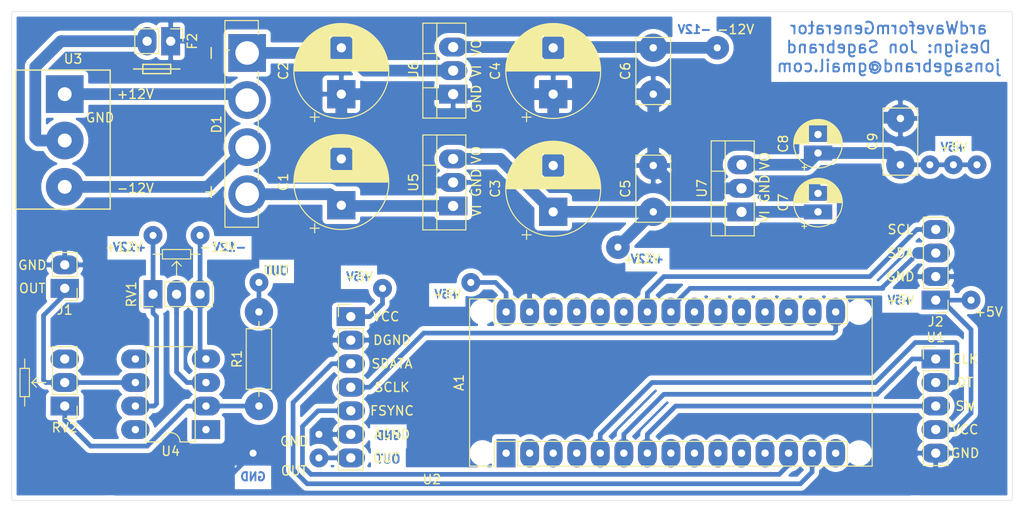
<source format=kicad_pcb>
(kicad_pcb (version 20171130) (host pcbnew 5.1.5-52549c5~86~ubuntu18.04.1)
  (layers (0 F.Cu signal) (31 B.Cu signal) (34 B.Paste user) (35 F.Paste user) (36 B.SilkS user) (37 F.SilkS user) (38 B.Mask user) (39 F.Mask user) (44 Edge.Cuts user))
  (net 0 "")
  (net 1 "Net-(A1-Pad16)")
  (net 2 "Net-(A1-Pad15)")
  (net 3 +5V)
  (net 4 "Net-(A1-Pad14)")
  (net 5 GND)
  (net 6 "Net-(A1-Pad13)")
  (net 7 "Net-(A1-Pad28)")
  (net 8 "Net-(A1-Pad12)")
  (net 9 "Net-(A1-Pad27)")
  (net 10 "Net-(A1-Pad11)")
  (net 11 "Net-(A1-Pad26)")
  (net 12 "Net-(A1-Pad10)")
  (net 13 "Net-(A1-Pad25)")
  (net 14 "Net-(A1-Pad9)")
  (net 15 "Net-(A1-Pad24)")
  (net 16 "Net-(A1-Pad8)")
  (net 17 "Net-(A1-Pad23)")
  (net 18 "Net-(A1-Pad7)")
  (net 19 "Net-(A1-Pad22)")
  (net 20 "Net-(A1-Pad6)")
  (net 21 "Net-(A1-Pad21)")
  (net 22 "Net-(A1-Pad5)")
  (net 23 "Net-(A1-Pad20)")
  (net 24 "Net-(A1-Pad4)")
  (net 25 "Net-(A1-Pad19)")
  (net 26 "Net-(A1-Pad3)")
  (net 27 "Net-(A1-Pad18)")
  (net 28 "Net-(A1-Pad2)")
  (net 29 "Net-(A1-Pad17)")
  (net 30 "Net-(A1-Pad1)")
  (net 31 "Net-(C1-Pad1)")
  (net 32 "Net-(C2-Pad2)")
  (net 33 +12V)
  (net 34 -12V)
  (net 35 "Net-(D1-Pad2)")
  (net 36 "Net-(D1-Pad3)")
  (net 37 "Net-(F2-Pad2)")
  (net 38 "Net-(J1-Pad1)")
  (net 39 "Net-(R1-Pad2)")
  (net 40 "Net-(R1-Pad1)")
  (net 41 "Net-(RV1-Pad2)")
  (net 42 "Net-(RV2-Pad3)")
  (net 43 "Net-(U4-Pad8)")
  (net 44 "Net-(U4-Pad5)")
  (net 45 "Net-(U4-Pad1)")
  (module My_Headers:2-pin_Fuse_header_large (layer F.Cu) (at 47.625 64.77 270)
    (fp_text reference F2 (at 0 -2.33 90) (layer F.SilkS))
    (fp_text value Fuse hide)
    (pad 1 thru_hole rect (at 0 0 270) (size 3.048 2.032) (drill 1) (layers *.Cu *.Mask) (net 5 GND))
    (pad 2 thru_hole oval (at 0 2.54 270) (size 3.048 2.032) (drill 1) (layers *.Cu *.Mask) (net 37 "Net-(F2-Pad2)"))
  )
  (module My_Misc:DIP-8_W7.62mm_large (layer F.Cu) (at 51.435 106.68 180)
    (fp_text reference U4 (at 3.81 -2.33) (layer F.SilkS))
    (fp_text value TL071)
    (pad 8 thru_hole oval (at 7.62 0 180) (size 3.048 2.032) (drill 0.8) (layers *.Cu *.Mask) (net 43 "Net-(U4-Pad8)"))
    (pad 4 thru_hole oval (at 0 7.62 180) (size 3.048 2.032) (drill 0.8) (layers *.Cu *.Mask) (net 34 -12V))
    (pad 7 thru_hole oval (at 7.62 2.54 180) (size 3.048 2.032) (drill 0.8) (layers *.Cu *.Mask) (net 33 +12V))
    (pad 3 thru_hole oval (at 0 5.08 180) (size 3.048 2.032) (drill 0.8) (layers *.Cu *.Mask) (net 41 "Net-(RV1-Pad2)"))
    (pad 6 thru_hole oval (at 7.62 5.08 180) (size 3.048 2.032) (drill 0.8) (layers *.Cu *.Mask) (net 38 "Net-(J1-Pad1)"))
    (pad 2 thru_hole oval (at 0 2.54 180) (size 3.048 2.032) (drill 0.8) (layers *.Cu *.Mask) (net 40 "Net-(R1-Pad1)"))
    (pad 5 thru_hole oval (at 7.62 7.62 180) (size 3.048 2.032) (drill 0.8) (layers *.Cu *.Mask) (net 44 "Net-(U4-Pad5)"))
    (pad 1 thru_hole rect (at 0 0 180) (size 3.048 2.032) (drill 0.8) (layers *.Cu *.Mask) (net 45 "Net-(U4-Pad1)"))
  )
  (module My_Parts:GY-9833_AD9833_larger (layer F.Cu) (at 65.405 111.125 180)
    (fp_text reference U2 (at -10.4 -0.935) (layer F.SilkS))
    (fp_text value GY-9833_AD9833 hide)
    (fp_text user OUT (at -5.465 1.395) (layer F.SilkS))
    (fp_text user AGND (at -6.1 3.935) (layer F.SilkS))
    (fp_text user FSYNC (at -6.1 6.475) (layer F.SilkS))
    (fp_text user SCLK (at -6.1 9.015) (layer F.SilkS))
    (fp_text user SDATA (at -6.1 11.555) (layer F.SilkS))
    (fp_text user DGND (at -6.1 14.095) (layer F.SilkS))
    (fp_text user VCC (at -5.465 16.635) (layer F.SilkS))
    (pad 7 thru_hole oval (at -1.655 1.395) (size 3.048 2.032) (drill 1) (layers *.Cu *.Mask) (net 39 "Net-(R1-Pad2)"))
    (pad 6 thru_hole oval (at -1.655 3.935) (size 3.048 2.032) (drill 1) (layers *.Cu *.Mask) (net 5 GND))
    (pad 5 thru_hole oval (at -1.655 6.475) (size 3.048 2.032) (drill 1) (layers *.Cu *.Mask) (net 6 "Net-(A1-Pad13)"))
    (pad 4 thru_hole oval (at -1.655 9.015) (size 3.048 2.032) (drill 1) (layers *.Cu *.Mask) (net 1 "Net-(A1-Pad16)"))
    (pad 3 thru_hole oval (at -1.655 11.555) (size 3.048 2.032) (drill 1) (layers *.Cu *.Mask) (net 4 "Net-(A1-Pad14)"))
    (pad 2 thru_hole oval (at -1.655 14.095) (size 3.048 2.032) (drill 1) (layers *.Cu *.Mask) (net 5 GND))
    (pad 1 thru_hole rect (at -1.655 16.635) (size 3.048 2.032) (drill 1) (layers *.Cu *.Mask) (net 3 +5V))
  )
  (module My_Parts:LM7805_TO-220-3_Vertical_larger (layer F.Cu) (at 109.22 83.185 90)
    (fp_text reference U7 (at 2.54 -4.27 90) (layer F.SilkS))
    (fp_text value LM7805_TO220 hide)
    (fp_text user VO (at 5.5 2.5 90) (layer F.SilkS))
    (fp_text user GND (at 2.5 2.5 90) (layer F.SilkS))
    (fp_text user VI (at -0.5 2.5 90) (layer F.SilkS))
    (pad 3 thru_hole oval (at 5.08 0 90) (size 2.032 3.048) (drill 1.1) (layers *.Cu *.Mask) (net 3 +5V))
    (pad 2 thru_hole oval (at 2.54 0 90) (size 2.032 3.048) (drill 1.1) (layers *.Cu *.Mask) (net 5 GND))
    (pad 1 thru_hole rect (at 0 0 90) (size 2.032 3.048) (drill 1.1) (layers *.Cu *.Mask) (net 33 +12V))
  )
  (module My_Parts:LM7912_TO-220-3_Vertical_larger (layer F.Cu) (at 78.105 70.485 90)
    (fp_text reference U6 (at 2.54 -4.27 90) (layer F.SilkS))
    (fp_text value LM7912_TO220 hide)
    (fp_text user VO (at 5 2.5 90) (layer F.SilkS))
    (fp_text user VI (at 2.5 2.5 90) (layer F.SilkS))
    (fp_text user GND (at -0.5 2.5 90) (layer F.SilkS))
    (pad 3 thru_hole oval (at 5.08 0 90) (size 2.032 3.048) (drill 1.1) (layers *.Cu *.Mask) (net 34 -12V))
    (pad 2 thru_hole oval (at 2.54 0 90) (size 2.032 3.048) (drill 1.1) (layers *.Cu *.Mask) (net 32 "Net-(C2-Pad2)"))
    (pad 1 thru_hole rect (at 0 0 90) (size 2.032 3.048) (drill 1.1) (layers *.Cu *.Mask) (net 5 GND))
  )
  (module My_Parts:LM7812_TO-220-3_Vertical_larger (layer F.Cu) (at 78.105 82.55 90)
    (fp_text reference U5 (at 2.54 -4.27 90) (layer F.SilkS))
    (fp_text value LM7812_TO220 hide)
    (fp_text user VO (at 5.5 2.5 90) (layer F.SilkS))
    (fp_text user GND (at 2.5 2.5 90) (layer F.SilkS))
    (fp_text user VI (at -0.5 2.5 90) (layer F.SilkS))
    (pad 3 thru_hole oval (at 5.08 0 90) (size 2.032 3.048) (drill 1.1) (layers *.Cu *.Mask) (net 33 +12V))
    (pad 2 thru_hole oval (at 2.54 0 90) (size 2.032 3.048) (drill 1.1) (layers *.Cu *.Mask) (net 5 GND))
    (pad 1 thru_hole rect (at 0 0 90) (size 2.032 3.048) (drill 1.1) (layers *.Cu *.Mask) (net 31 "Net-(C1-Pad1)"))
  )
  (module My_Parts:3-pole_screw_terminal_+12V,-12V_input (layer F.Cu) (at 36.195 70.485)
    (fp_text reference U3 (at 0.9 -3.8) (layer F.SilkS))
    (fp_text value 3-pole_Power_input_screw_terminal hide)
    (fp_text user -12V (at 7.62 10.16) (layer F.SilkS))
    (fp_text user GND (at 3.81 2.54) (layer F.SilkS))
    (fp_text user +12V (at 7.62 0) (layer F.SilkS))
    (pad 3 thru_hole circle (at 0 10) (size 4.064 4.064) (drill 1.5) (layers *.Cu *.Mask) (net 36 "Net-(D1-Pad3)"))
    (pad 2 thru_hole circle (at 0 5) (size 4.064 4.064) (drill 1.5) (layers *.Cu *.Mask) (net 37 "Net-(F2-Pad2)"))
    (pad 1 thru_hole rect (at 0 0) (size 4.064 4.064) (drill 1.5) (layers *.Cu *.Mask) (net 35 "Net-(D1-Pad2)"))
  )
  (module My_Parts:3-pin_KY-040_Rotary_Encoder_header_large (layer F.Cu) (at 130.175 99.06)
    (fp_text reference U1 (at 0 -2.33) (layer F.SilkS))
    (fp_text value KY-040_Rotary_Encoder hide)
    (fp_text user GND (at 3.175 10.16) (layer F.SilkS))
    (fp_text user VCC (at 3.175 7.62) (layer F.SilkS))
    (fp_text user SW (at 3.175 5.08) (layer F.SilkS))
    (fp_text user DT (at 3.175 2.54) (layer F.SilkS))
    (fp_text user CLK (at 3.175 0) (layer F.SilkS))
    (pad 5 thru_hole oval (at 0 10.16) (size 3.048 2.032) (drill 1) (layers *.Cu *.Mask) (net 5 GND))
    (pad 4 thru_hole oval (at 0 7.62) (size 3.048 2.032) (drill 1) (layers *.Cu *.Mask) (net 3 +5V))
    (pad 3 thru_hole oval (at 0 5.08) (size 3.048 2.032) (drill 1) (layers *.Cu *.Mask) (net 18 "Net-(A1-Pad7)"))
    (pad 2 thru_hole oval (at 0 2.54) (size 3.048 2.032) (drill 1) (layers *.Cu *.Mask) (net 22 "Net-(A1-Pad5)"))
    (pad 1 thru_hole rect (at 0 0) (size 3.048 2.032) (drill 1) (layers *.Cu *.Mask) (net 20 "Net-(A1-Pad6)"))
  )
  (module My_Headers:3-pin_potentiometer_header_larger_pads (layer F.Cu) (at 36.195 104.14 180)
    (fp_text reference RV2 (at 0 -2.33) (layer F.SilkS))
    (fp_text value 50k hide)
    (pad 3 thru_hole oval (at 0 5.08 180) (size 3.048 2.032) (drill 1) (layers *.Cu *.Mask) (net 42 "Net-(RV2-Pad3)"))
    (pad 2 thru_hole oval (at 0 2.54 180) (size 3.048 2.032) (drill 1) (layers *.Cu *.Mask) (net 38 "Net-(J1-Pad1)"))
    (pad 1 thru_hole rect (at 0 0 180) (size 3.048 2.032) (drill 1) (layers *.Cu *.Mask) (net 40 "Net-(R1-Pad1)"))
  )
  (module My_Headers:3-pin_potentiometer_header_larger_pads (layer F.Cu) (at 45.72 92.075 90)
    (fp_text reference RV1 (at 0 -2.33 90) (layer F.SilkS))
    (fp_text value 10k hide)
    (pad 3 thru_hole oval (at 0 5.08 90) (size 3.048 2.032) (drill 1) (layers *.Cu *.Mask) (net 34 -12V))
    (pad 2 thru_hole oval (at 0 2.54 90) (size 3.048 2.032) (drill 1) (layers *.Cu *.Mask) (net 41 "Net-(RV1-Pad2)"))
    (pad 1 thru_hole rect (at 0 0 90) (size 3.048 2.032) (drill 1) (layers *.Cu *.Mask) (net 33 +12V))
  )
  (module My_Misc:R_Axial_DIN0207_L6.3mm_D2.5mm_P10.16mm_Horizontal_larger_pads (layer F.Cu) (at 57.15 104.14 90)
    (fp_text reference R1 (at 5.08 -2.37 90) (layer F.SilkS))
    (fp_text value 2.2k hide)
    (pad 2 thru_hole circle (at 10.16 0 90) (size 3.048 3.048) (drill 0.8) (layers *.Cu *.Mask) (net 39 "Net-(R1-Pad2)"))
    (pad 1 thru_hole circle (at 0 0 90) (size 3.048 3.048) (drill 0.8) (layers *.Cu *.Mask) (net 40 "Net-(R1-Pad1)"))
  )
  (module My_Headers:4-pin_I2C_LCD_header_larger (layer F.Cu) (at 130.175 92.71 180)
    (fp_text reference J2 (at 0 -2.33) (layer F.SilkS))
    (fp_text value 4-pin_I2C_LCD_header hide)
    (fp_text user SCL (at 3.81 7.62) (layer F.SilkS))
    (fp_text user SDA (at 3.81 5.08) (layer F.SilkS))
    (fp_text user GND (at 3.81 2.54) (layer F.SilkS))
    (fp_text user +5V (at 3.81 0) (layer F.SilkS))
    (pad 7 thru_hole oval (at 0 7.62 180) (size 3.048 2.032) (drill 1) (layers *.Cu *.Mask) (net 15 "Net-(A1-Pad24)"))
    (pad 5 thru_hole oval (at 0 5.08 180) (size 3.048 2.032) (drill 1) (layers *.Cu *.Mask) (net 17 "Net-(A1-Pad23)"))
    (pad 3 thru_hole oval (at 0 2.54 180) (size 3.048 2.032) (drill 1) (layers *.Cu *.Mask) (net 5 GND))
    (pad 1 thru_hole rect (at 0 0 180) (size 3.048 2.032) (drill 1) (layers *.Cu *.Mask) (net 3 +5V))
  )
  (module My_Headers:2-pin_Output_header_large (layer F.Cu) (at 36.195 91.44 180)
    (fp_text reference J1 (at 0 -2.33) (layer F.SilkS))
    (fp_text value Conn_Coaxial hide)
    (fp_text user GND (at 3.5 2.5) (layer F.SilkS))
    (fp_text user OUT (at 3.5 0) (layer F.SilkS))
    (pad 1 thru_hole rect (at 0 0 180) (size 3.048 2.032) (drill 1) (layers *.Cu *.Mask) (net 38 "Net-(J1-Pad1)"))
    (pad 2 thru_hole oval (at 0 2.54 180) (size 3.048 2.032) (drill 1) (layers *.Cu *.Mask) (net 5 GND))
  )
  (module My_Misc:GBU-806 (layer F.Cu) (at 55.88 66.04 270)
    (fp_text reference D1 (at 7.7 3.3 270) (layer F.SilkS))
    (fp_text value B40C2300-1500A)
    (fp_text user + (at 15 4 90) (layer F.SilkS) (effects (font (size 1.524 1.524))))
    (fp_text user - (at 0 4 90) (layer F.SilkS) (effects (font (size 1.524 1.524))))
    (pad 1 thru_hole rect (at 0 0 270) (size 4.064 4.064) (drill 2.54) (layers *.Cu *.Mask) (net 32 "Net-(C2-Pad2)"))
    (pad 2 thru_hole oval (at 5.08 0 270) (size 4.064 4.064) (drill 2.54) (layers *.Cu *.Mask) (net 35 "Net-(D1-Pad2)"))
    (pad 3 thru_hole oval (at 10.16 0 270) (size 4.064 4.064) (drill 2.54) (layers *.Cu *.Mask) (net 36 "Net-(D1-Pad3)"))
    (pad 4 thru_hole oval (at 15.24 0 270) (size 4.064 4.064) (drill 2.54) (layers *.Cu *.Mask) (net 31 "Net-(C1-Pad1)"))
  )
  (module My_Misc:C_Rect_L7.0mm_W3.5mm_P5.00mm_larger (layer F.Cu) (at 126.365 78.105 90)
    (fp_text reference C9 (at 2.5 -3 90) (layer F.SilkS))
    (fp_text value 100n)
    (pad 2 thru_hole oval (at 5 0 90) (size 3.048 3.048) (drill 0.8) (layers *.Cu *.Mask) (net 5 GND))
    (pad 1 thru_hole oval (at 0 0 90) (size 3.048 3.048) (drill 0.8) (layers *.Cu *.Mask) (net 3 +5V))
  )
  (module My_Misc:CP_Radial_D5.0mm_P2.00mm_larger (layer F.Cu) (at 117.475 76.835 90)
    (fp_text reference C8 (at 1 -3.75 90) (layer F.SilkS))
    (fp_text value 10u)
    (pad 2 thru_hole oval (at 2 0 90) (size 1.6 3.048) (drill 0.8) (layers *.Cu *.Mask) (net 5 GND))
    (pad 1 thru_hole rect (at 0 0 90) (size 1.6 3.048) (drill 0.8) (layers *.Cu *.Mask) (net 3 +5V))
  )
  (module My_Misc:CP_Radial_D5.0mm_P2.00mm_larger (layer F.Cu) (at 117.475 83.185 90)
    (fp_text reference C7 (at 1 -3.75 90) (layer F.SilkS))
    (fp_text value 10u)
    (pad 2 thru_hole oval (at 2 0 90) (size 1.6 3.048) (drill 0.8) (layers *.Cu *.Mask) (net 5 GND))
    (pad 1 thru_hole rect (at 0 0 90) (size 1.6 3.048) (drill 0.8) (layers *.Cu *.Mask) (net 33 +12V))
  )
  (module My_Misc:C_Rect_L7.0mm_W3.5mm_P5.00mm_larger (layer F.Cu) (at 99.695 70.485 90)
    (fp_text reference C6 (at 2.5 -3 90) (layer F.SilkS))
    (fp_text value 100n)
    (pad 2 thru_hole oval (at 5 0 90) (size 3.048 3.048) (drill 0.8) (layers *.Cu *.Mask) (net 34 -12V))
    (pad 1 thru_hole oval (at 0 0 90) (size 3.048 3.048) (drill 0.8) (layers *.Cu *.Mask) (net 5 GND))
  )
  (module My_Misc:C_Rect_L7.0mm_W3.5mm_P5.00mm_larger (layer F.Cu) (at 99.695 83.185 90)
    (fp_text reference C5 (at 2.5 -3 90) (layer F.SilkS))
    (fp_text value 100n)
    (pad 2 thru_hole oval (at 5 0 90) (size 3.048 3.048) (drill 0.8) (layers *.Cu *.Mask) (net 5 GND))
    (pad 1 thru_hole oval (at 0 0 90) (size 3.048 3.048) (drill 0.8) (layers *.Cu *.Mask) (net 33 +12V))
  )
  (module My_Misc:CP_Radial_D10.0mm_P5.00mm_larger (layer F.Cu) (at 88.9 70.485 90)
    (fp_text reference C4 (at 2.5 -6.25 90) (layer F.SilkS))
    (fp_text value 1000u)
    (pad 2 thru_hole oval (at 5 0 90) (size 3.048 3.048) (drill 1) (layers *.Cu *.Mask) (net 34 -12V))
    (pad 1 thru_hole rect (at 0 0 90) (size 3.048 3.048) (drill 1) (layers *.Cu *.Mask) (net 5 GND))
  )
  (module My_Misc:CP_Radial_D10.0mm_P5.00mm_larger (layer F.Cu) (at 88.9 83.185 90)
    (fp_text reference C3 (at 2.5 -6.25 90) (layer F.SilkS))
    (fp_text value 1000u)
    (pad 2 thru_hole oval (at 5 0 90) (size 3.048 3.048) (drill 1) (layers *.Cu *.Mask) (net 5 GND))
    (pad 1 thru_hole rect (at 0 0 90) (size 3.048 3.048) (drill 1) (layers *.Cu *.Mask) (net 33 +12V))
  )
  (module My_Misc:CP_Radial_D10.0mm_P5.00mm_larger (layer F.Cu) (at 66.04 70.485 90)
    (fp_text reference C2 (at 2.5 -6.25 90) (layer F.SilkS))
    (fp_text value 1000u)
    (pad 2 thru_hole oval (at 5 0 90) (size 3.048 3.048) (drill 1) (layers *.Cu *.Mask) (net 32 "Net-(C2-Pad2)"))
    (pad 1 thru_hole rect (at 0 0 90) (size 3.048 3.048) (drill 1) (layers *.Cu *.Mask) (net 5 GND))
  )
  (module My_Misc:CP_Radial_D10.0mm_P5.00mm_larger (layer F.Cu) (at 66.04 82.47 90)
    (fp_text reference C1 (at 2.5 -6.25 90) (layer F.SilkS))
    (fp_text value 1000u)
    (pad 2 thru_hole oval (at 5 0 90) (size 3.048 3.048) (drill 1) (layers *.Cu *.Mask) (net 5 GND))
    (pad 1 thru_hole rect (at 0 0 90) (size 3.048 3.048) (drill 1) (layers *.Cu *.Mask) (net 31 "Net-(C1-Pad1)"))
  )
  (module My_Arduino:Arduino_Nano_WithMountingHoles_larger (layer F.Cu) (at 83.82 109.22 90)
    (fp_text reference A1 (at 7.62 -5.08 90) (layer F.SilkS))
    (fp_text value Arduino_Nano_v3.x)
    (pad "" np_thru_hole circle (at 0 38.1 90) (size 1.78 1.78) (drill 1.78) (layers *.Cu *.Mask))
    (pad "" np_thru_hole circle (at 15.24 38.1 90) (size 1.78 1.78) (drill 1.78) (layers *.Cu *.Mask))
    (pad "" np_thru_hole circle (at 15.24 -2.54 90) (size 1.78 1.78) (drill 1.78) (layers *.Cu *.Mask))
    (pad "" np_thru_hole circle (at 0 -2.54 90) (size 1.78 1.78) (drill 1.78) (layers *.Cu *.Mask))
    (pad 16 thru_hole oval (at 15.24 35.56 90) (size 3.048 2.032) (drill 0.8) (layers *.Cu *.Mask) (net 1 "Net-(A1-Pad16)"))
    (pad 15 thru_hole oval (at 0 35.56 90) (size 3.048 2.032) (drill 0.8) (layers *.Cu *.Mask) (net 2 "Net-(A1-Pad15)"))
    (pad 30 thru_hole oval (at 15.24 0 90) (size 3.048 2.032) (drill 0.8) (layers *.Cu *.Mask) (net 3 +5V))
    (pad 14 thru_hole oval (at 0 33.02 90) (size 3.048 2.032) (drill 0.8) (layers *.Cu *.Mask) (net 4 "Net-(A1-Pad14)"))
    (pad 29 thru_hole oval (at 15.24 2.54 90) (size 3.048 2.032) (drill 0.8) (layers *.Cu *.Mask) (net 5 GND))
    (pad 13 thru_hole oval (at 0 30.48 90) (size 3.048 2.032) (drill 0.8) (layers *.Cu *.Mask) (net 6 "Net-(A1-Pad13)"))
    (pad 28 thru_hole oval (at 15.24 5.08 90) (size 3.048 2.032) (drill 0.8) (layers *.Cu *.Mask) (net 7 "Net-(A1-Pad28)"))
    (pad 12 thru_hole oval (at 0 27.94 90) (size 3.048 2.032) (drill 0.8) (layers *.Cu *.Mask) (net 8 "Net-(A1-Pad12)"))
    (pad 27 thru_hole oval (at 15.24 7.62 90) (size 3.048 2.032) (drill 0.8) (layers *.Cu *.Mask) (net 9 "Net-(A1-Pad27)"))
    (pad 11 thru_hole oval (at 0 25.4 90) (size 3.048 2.032) (drill 0.8) (layers *.Cu *.Mask) (net 10 "Net-(A1-Pad11)"))
    (pad 26 thru_hole oval (at 15.24 10.16 90) (size 3.048 2.032) (drill 0.8) (layers *.Cu *.Mask) (net 11 "Net-(A1-Pad26)"))
    (pad 10 thru_hole oval (at 0 22.86 90) (size 3.048 2.032) (drill 0.8) (layers *.Cu *.Mask) (net 12 "Net-(A1-Pad10)"))
    (pad 25 thru_hole oval (at 15.24 12.7 90) (size 3.048 2.032) (drill 0.8) (layers *.Cu *.Mask) (net 13 "Net-(A1-Pad25)"))
    (pad 9 thru_hole oval (at 0 20.32 90) (size 3.048 2.032) (drill 0.8) (layers *.Cu *.Mask) (net 14 "Net-(A1-Pad9)"))
    (pad 24 thru_hole oval (at 15.24 15.24 90) (size 3.048 2.032) (drill 0.8) (layers *.Cu *.Mask) (net 15 "Net-(A1-Pad24)"))
    (pad 8 thru_hole oval (at 0 17.78 90) (size 3.048 2.032) (drill 0.8) (layers *.Cu *.Mask) (net 16 "Net-(A1-Pad8)"))
    (pad 23 thru_hole oval (at 15.24 17.78 90) (size 3.048 2.032) (drill 0.8) (layers *.Cu *.Mask) (net 17 "Net-(A1-Pad23)"))
    (pad 7 thru_hole oval (at 0 15.24 90) (size 3.048 2.032) (drill 0.8) (layers *.Cu *.Mask) (net 18 "Net-(A1-Pad7)"))
    (pad 22 thru_hole oval (at 15.24 20.32 90) (size 3.048 2.032) (drill 0.8) (layers *.Cu *.Mask) (net 19 "Net-(A1-Pad22)"))
    (pad 6 thru_hole oval (at 0 12.7 90) (size 3.048 2.032) (drill 0.8) (layers *.Cu *.Mask) (net 20 "Net-(A1-Pad6)"))
    (pad 21 thru_hole oval (at 15.24 22.86 90) (size 3.048 2.032) (drill 0.8) (layers *.Cu *.Mask) (net 21 "Net-(A1-Pad21)"))
    (pad 5 thru_hole oval (at 0 10.16 90) (size 3.048 2.032) (drill 0.8) (layers *.Cu *.Mask) (net 22 "Net-(A1-Pad5)"))
    (pad 20 thru_hole oval (at 15.24 25.4 90) (size 3.048 2.032) (drill 0.8) (layers *.Cu *.Mask) (net 23 "Net-(A1-Pad20)"))
    (pad 4 thru_hole oval (at 0 7.62 90) (size 3.048 2.032) (drill 0.8) (layers *.Cu *.Mask) (net 24 "Net-(A1-Pad4)"))
    (pad 19 thru_hole oval (at 15.24 27.94 90) (size 3.048 2.032) (drill 0.8) (layers *.Cu *.Mask) (net 25 "Net-(A1-Pad19)"))
    (pad 3 thru_hole oval (at 0 5.08 90) (size 3.048 2.032) (drill 0.8) (layers *.Cu *.Mask) (net 26 "Net-(A1-Pad3)"))
    (pad 18 thru_hole oval (at 15.24 30.48 90) (size 3.048 2.032) (drill 0.8) (layers *.Cu *.Mask) (net 27 "Net-(A1-Pad18)"))
    (pad 2 thru_hole oval (at 0 2.54 90) (size 3.048 2.032) (drill 0.8) (layers *.Cu *.Mask) (net 28 "Net-(A1-Pad2)"))
    (pad 17 thru_hole oval (at 15.24 33.02 90) (size 3.048 2.032) (drill 0.8) (layers *.Cu *.Mask) (net 29 "Net-(A1-Pad17)"))
    (pad 1 thru_hole rect (at 0 0 90) (size 3.048 2.032) (drill 0.8) (layers *.Cu *.Mask) (net 30 "Net-(A1-Pad1)"))
  )
  (gr_text GND (at 56.515 111.76) (layer B.Cu) (effects (font (size 0.889 0.889) (thickness 0.2032)) (justify mirror)))
  (gr_text -12V (at 53.975 86.995) (layer B.Cu) (effects (font (size 0.889 0.889) (thickness 0.2032)) (justify mirror)))
  (gr_text -12V (at 104.14 63.5) (layer B.Cu) (effects (font (size 0.889 0.889) (thickness 0.2032)) (justify mirror)))
  (gr_text +12V (at 43.18 86.995) (layer B.Cu) (effects (font (size 0.889 0.889) (thickness 0.2032)) (justify mirror)))
  (gr_text +12V (at 99.06 88.265) (layer B.Cu) (effects (font (size 0.889 0.889) (thickness 0.2032)) (justify mirror)))
  (gr_text +5V (at 67.945 90.17) (layer B.Cu) (effects (font (size 0.889 0.889) (thickness 0.2032)) (justify mirror)))
  (gr_text +5V (at 77.47 92.075) (layer B.Cu) (effects (font (size 0.889 0.889) (thickness 0.2032)) (justify mirror)))
  (gr_text +5V (at 126.365 92.71) (layer B.Cu) (effects (font (size 0.889 0.889) (thickness 0.2032)) (justify mirror)))
  (gr_text +5V (at 132.08 76.2) (layer B.Cu) (effects (font (size 0.889 0.889) (thickness 0.2032)) (justify mirror)))
  (gr_text GND (at 71.12 107.315) (layer B.Cu) (effects (font (size 0.889 0.889) (thickness 0.2032)) (justify mirror)))
  (gr_text OUT (at 71.12 109.855) (layer B.Cu) (effects (font (size 0.889 0.889) (thickness 0.2032)) (justify mirror)))
  (gr_text OUT (at 59.055 89.535) (layer B.Cu) (effects (font (size 0.889 0.889) (thickness 0.2032)) (justify mirror)))
  (gr_text "ardWaveformGenerator\nDesign: Jon Sagebrand\njonsagebrand@gmail.com" (at 125.095 65.405) (layer B.Cu) (effects (font (size 1.27 1.27) (thickness 0.2032)) (justify mirror)))
  (gr_line (start 138.43 61.595) (end 138.43 114.3) (layer Edge.Cuts) (width 0.05))
  (gr_line (start 30.48 61.595) (end 138.43 61.595) (layer Edge.Cuts) (width 0.05))
  (gr_line (start 30.48 114.3) (end 138.43 114.3) (layer Edge.Cuts) (width 0.05))
  (gr_line (start 30.48 61.595) (end 30.48 114.3) (layer Edge.Cuts) (width 0.05))
  (gr_text +5V (at 132.08 76.2) (layer F.SilkS) (effects (font (size 1 1))))
  (gr_text +5V (at 77.47 92.075) (layer F.SilkS) (effects (font (size 1 1))))
  (gr_text +5V (at 67.945 90.17) (layer F.SilkS) (effects (font (size 1 1))))
  (gr_text +12V (at 98.425 88.265) (layer F.SilkS) (effects (font (size 1 1))))
  (gr_text +5V (at 135.89 93.98) (layer F.SilkS) (effects (font (size 1 1))))
  (gr_text GND (at 60.96 107.95) (layer F.SilkS) (effects (font (size 1 1))))
  (gr_text OUT (at 59.055 89.535) (layer F.SilkS) (effects (font (size 1 1))))
  (gr_text OUT (at 60.96 111.125) (layer F.SilkS) (effects (font (size 1 1))))
  (gr_text +12V (at 42.545 86.995) (layer F.SilkS) (effects (font (size 1 1))))
  (gr_text -12V (at 52.705 86.995) (layer F.SilkS) (effects (font (size 1 1))))
  (gr_text -12V (at 108.585 63.5) (layer F.SilkS) (effects (font (size 1 1))))
  (segment (start 119.12599 96.26601) (end 119.38 96.012) (width 0.508) (layer B.Cu) (net 1))
  (segment (start 74.93599 96.26601) (end 119.12599 96.26601) (width 0.508) (layer B.Cu) (net 1))
  (segment (start 67.06 102.11) (end 69.092 102.11) (width 0.508) (layer B.Cu) (net 1))
  (segment (start 69.092 102.11) (end 74.93599 96.26601) (width 0.508) (layer B.Cu) (net 1))
  (segment (start 119.38 96.012) (end 119.38 93.98) (width 0.508) (layer B.Cu) (net 1))
  (segment (start 109.22 78.105) (end 116.205 78.105) (width 1.27) (layer B.Cu) (net 3))
  (segment (start 116.205 78.105) (end 117.475 76.835) (width 1.27) (layer B.Cu) (net 3))
  (segment (start 117.475 76.835) (end 125.095 76.835) (width 1.27) (layer B.Cu) (net 3))
  (segment (start 125.095 76.835) (end 126.365 78.105) (width 1.27) (layer B.Cu) (net 3))
  (segment (start 69.092 94.49) (end 70.485 93.097) (width 0.508) (layer B.Cu) (net 3))
  (segment (start 67.06 94.49) (end 69.092 94.49) (width 0.508) (layer B.Cu) (net 3))
  (segment (start 70.485 93.097) (end 70.485 91.44) (width 0.508) (layer B.Cu) (net 3))
  (segment (start 70.485 91.44) (end 70.485 91.44) (width 0.508) (layer B.Cu) (net 3))
  (via (at 70.485 91.44) (size 2.032) (drill 0.762) (layers F.Cu B.Cu) (net 3))
  (segment (start 83.82 91.948) (end 82.677 90.805) (width 0.508) (layer B.Cu) (net 3))
  (segment (start 83.82 93.98) (end 83.82 91.948) (width 0.508) (layer B.Cu) (net 3))
  (segment (start 82.677 90.805) (end 80.01 90.805) (width 0.508) (layer B.Cu) (net 3))
  (segment (start 80.01 90.805) (end 80.01 90.805) (width 0.508) (layer B.Cu) (net 3))
  (via (at 80.01 90.805) (size 2.032) (drill 0.762) (layers F.Cu B.Cu) (net 3))
  (segment (start 130.175 92.71) (end 133.985 92.71) (width 0.508) (layer B.Cu) (net 3))
  (segment (start 133.985 92.71) (end 133.985 92.71) (width 0.508) (layer B.Cu) (net 3))
  (via (at 133.985 92.71) (size 2.032) (drill 0.762) (layers F.Cu B.Cu) (net 3))
  (segment (start 133.985 104.902) (end 133.985 95.885) (width 0.508) (layer B.Cu) (net 3))
  (segment (start 130.175 106.68) (end 132.207 106.68) (width 0.508) (layer B.Cu) (net 3))
  (segment (start 132.207 106.68) (end 133.985 104.902) (width 0.508) (layer B.Cu) (net 3))
  (segment (start 133.985 95.885) (end 130.81 92.71) (width 0.508) (layer B.Cu) (net 3))
  (segment (start 126.365 78.105) (end 129.54 78.105) (width 0.508) (layer B.Cu) (net 3))
  (segment (start 134.62 78.105) (end 134.62 78.105) (width 0.508) (layer B.Cu) (net 3))
  (via (at 134.62 78.105) (size 2.032) (drill 0.762) (layers F.Cu B.Cu) (net 3))
  (segment (start 132.08 78.105) (end 134.62 78.105) (width 0.508) (layer B.Cu) (net 3))
  (via (at 132.08 78.105) (size 2.032) (drill 0.762) (layers F.Cu B.Cu) (net 3))
  (segment (start 129.54 78.105) (end 132.08 78.105) (width 0.508) (layer B.Cu) (net 3))
  (via (at 129.54 78.105) (size 2.032) (drill 0.762) (layers F.Cu B.Cu) (net 3))
  (segment (start 115.567989 112.524011) (end 116.84 111.252) (width 0.508) (layer B.Cu) (net 4))
  (segment (start 62.350714 112.524011) (end 115.567989 112.524011) (width 0.508) (layer B.Cu) (net 4))
  (segment (start 60.830989 111.004286) (end 62.350714 112.524011) (width 0.508) (layer B.Cu) (net 4))
  (segment (start 60.830989 103.767011) (end 60.830989 111.004286) (width 0.508) (layer B.Cu) (net 4))
  (segment (start 67.06 99.57) (end 65.028 99.57) (width 0.508) (layer B.Cu) (net 4))
  (segment (start 65.028 99.57) (end 60.830989 103.767011) (width 0.508) (layer B.Cu) (net 4))
  (segment (start 116.84 111.252) (end 116.84 109.22) (width 0.508) (layer B.Cu) (net 4))
  (segment (start 66.04 70.485) (end 66.04 77.47) (width 1.27) (layer B.Cu) (net 5))
  (segment (start 68.58 80.01) (end 75.311 80.01) (width 1.27) (layer B.Cu) (net 5))
  (segment (start 66.04 77.47) (end 68.58 80.01) (width 1.27) (layer B.Cu) (net 5))
  (segment (start 75.311 80.01) (end 78.105 80.01) (width 1.27) (layer B.Cu) (net 5))
  (segment (start 66.04 70.485) (end 78.105 70.485) (width 1.27) (layer B.Cu) (net 5))
  (segment (start 78.105 70.485) (end 88.9 70.485) (width 1.27) (layer B.Cu) (net 5))
  (segment (start 88.9 70.485) (end 88.9 73.279) (width 1.27) (layer B.Cu) (net 5))
  (segment (start 88.9 73.279) (end 88.9 78.105) (width 1.27) (layer B.Cu) (net 5))
  (segment (start 88.9 70.485) (end 99.695 70.485) (width 1.27) (layer B.Cu) (net 5))
  (segment (start 99.695 70.485) (end 99.695 78.105) (width 1.27) (layer B.Cu) (net 5))
  (segment (start 102.235 80.645) (end 106.426 80.645) (width 1.27) (layer B.Cu) (net 5))
  (segment (start 99.695 78.105) (end 102.235 80.645) (width 1.27) (layer B.Cu) (net 5))
  (segment (start 106.426 80.645) (end 109.22 80.645) (width 1.27) (layer B.Cu) (net 5))
  (segment (start 109.22 80.645) (end 116.878001 80.645) (width 1.27) (layer B.Cu) (net 5))
  (segment (start 116.878001 80.645) (end 117.475 81.241999) (width 1.27) (layer B.Cu) (net 5))
  (segment (start 99.695 70.485) (end 106.68 70.485) (width 1.27) (layer B.Cu) (net 5))
  (segment (start 113.665 70.485) (end 117.475 74.295) (width 1.27) (layer B.Cu) (net 5))
  (segment (start 117.475 74.295) (end 118.745 73.025) (width 1.27) (layer B.Cu) (net 5))
  (segment (start 118.745 73.025) (end 126.365 73.025) (width 1.27) (layer B.Cu) (net 5))
  (segment (start 106.68 70.485) (end 111.125 70.485) (width 1.27) (layer B.Cu) (net 5))
  (segment (start 111.125 70.485) (end 113.665 70.485) (width 1.27) (layer B.Cu) (net 5))
  (via (at 56.515 109.22) (size 2.54) (drill 0.762) (layers F.Cu B.Cu) (net 5))
  (segment (start 67.06 107.19) (end 63.625 107.19) (width 0.508) (layer B.Cu) (net 5))
  (segment (start 63.625 107.19) (end 63.625 107.19) (width 0.508) (layer B.Cu) (net 5))
  (via (at 63.625 107.19) (size 2.032) (drill 0.762) (layers F.Cu B.Cu) (net 5))
  (segment (start 127.378979 113.540021) (end 130.175 110.744) (width 0.508) (layer B.Cu) (net 5))
  (segment (start 41.683419 113.540021) (end 127.378979 113.540021) (width 0.508) (layer B.Cu) (net 5))
  (segment (start 32.89298 104.749582) (end 41.683419 113.540021) (width 0.508) (layer B.Cu) (net 5))
  (segment (start 32.89298 90.17002) (end 32.89298 104.749582) (width 0.508) (layer B.Cu) (net 5))
  (segment (start 34.163 88.9) (end 32.89298 90.17002) (width 0.508) (layer B.Cu) (net 5))
  (segment (start 130.175 110.744) (end 130.175 109.22) (width 0.508) (layer B.Cu) (net 5))
  (segment (start 132.46101 84.353525) (end 129.387485 81.28) (width 0.508) (layer B.Cu) (net 5))
  (segment (start 132.46101 88.366475) (end 132.46101 84.353525) (width 0.508) (layer B.Cu) (net 5))
  (segment (start 130.175 90.17) (end 130.93699 89.40801) (width 0.508) (layer B.Cu) (net 5))
  (segment (start 131.419475 89.40801) (end 132.46101 88.366475) (width 0.508) (layer B.Cu) (net 5))
  (segment (start 130.93699 89.40801) (end 131.419475 89.40801) (width 0.508) (layer B.Cu) (net 5))
  (segment (start 129.387485 81.28) (end 117.475 81.28) (width 0.508) (layer B.Cu) (net 5))
  (segment (start 135.763001 91.856559) (end 134.076442 90.17) (width 0.508) (layer B.Cu) (net 5))
  (segment (start 135.763001 105.663999) (end 135.763001 91.856559) (width 0.508) (layer B.Cu) (net 5))
  (segment (start 134.076442 90.17) (end 132.207 90.17) (width 0.508) (layer B.Cu) (net 5))
  (segment (start 130.175 109.22) (end 132.207 109.22) (width 0.508) (layer B.Cu) (net 5))
  (segment (start 132.207 109.22) (end 135.763001 105.663999) (width 0.508) (layer B.Cu) (net 5))
  (segment (start 132.207 90.17) (end 130.175 90.17) (width 0.508) (layer B.Cu) (net 5))
  (segment (start 83.438999 89.026999) (end 86.36 91.948) (width 0.508) (layer B.Cu) (net 5))
  (segment (start 77.095001 89.026999) (end 83.438999 89.026999) (width 0.508) (layer B.Cu) (net 5))
  (segment (start 67.06 97.03) (end 69.092 97.03) (width 0.508) (layer B.Cu) (net 5))
  (segment (start 69.092 97.03) (end 77.095001 89.026999) (width 0.508) (layer B.Cu) (net 5))
  (segment (start 86.36 91.948) (end 86.36 93.98) (width 0.508) (layer B.Cu) (net 5))
  (segment (start 52.22201 113.51299) (end 51.559979 113.51299) (width 0.508) (layer B.Cu) (net 5))
  (segment (start 56.515 109.22) (end 52.22201 113.51299) (width 0.508) (layer B.Cu) (net 5))
  (segment (start 36.195 88.9) (end 34.163 88.9) (width 0.508) (layer B.Cu) (net 5))
  (segment (start 62.771559 111.508001) (end 113.281999 111.508001) (width 0.508) (layer B.Cu) (net 6))
  (segment (start 61.846999 110.583441) (end 62.771559 111.508001) (width 0.508) (layer B.Cu) (net 6))
  (segment (start 61.846999 106.336559) (end 61.846999 110.583441) (width 0.508) (layer B.Cu) (net 6))
  (segment (start 67.06 104.65) (end 63.533558 104.65) (width 0.508) (layer B.Cu) (net 6))
  (segment (start 63.533558 104.65) (end 61.846999 106.336559) (width 0.508) (layer B.Cu) (net 6))
  (segment (start 113.281999 111.508001) (end 114.3 110.49) (width 0.508) (layer B.Cu) (net 6))
  (segment (start 99.06 91.948) (end 100.838 90.17) (width 0.508) (layer B.Cu) (net 15))
  (segment (start 99.06 93.98) (end 99.06 91.948) (width 0.508) (layer B.Cu) (net 15))
  (segment (start 123.063 90.17) (end 100.838 90.17) (width 0.508) (layer B.Cu) (net 15))
  (segment (start 128.143 85.09) (end 123.063 90.17) (width 0.508) (layer B.Cu) (net 15))
  (segment (start 130.175 85.09) (end 128.143 85.09) (width 0.508) (layer B.Cu) (net 15))
  (segment (start 102.36199 92.735525) (end 103.657515 91.44) (width 0.508) (layer B.Cu) (net 17))
  (segment (start 102.36199 93.85301) (end 102.36199 92.735525) (width 0.508) (layer B.Cu) (net 17))
  (segment (start 101.6 93.98) (end 102.235 93.98) (width 0.508) (layer B.Cu) (net 17))
  (segment (start 102.235 93.98) (end 102.36199 93.85301) (width 0.508) (layer B.Cu) (net 17))
  (segment (start 103.657515 91.44) (end 124.46 91.44) (width 0.508) (layer B.Cu) (net 17))
  (segment (start 124.46 91.44) (end 124.46 91.313) (width 0.508) (layer B.Cu) (net 17))
  (segment (start 124.46 91.313) (end 127.635 88.265) (width 0.508) (layer B.Cu) (net 17))
  (segment (start 130.175 87.63) (end 128.27 87.63) (width 1.27) (layer B.Cu) (net 17))
  (segment (start 102.108 104.14) (end 99.06 107.188) (width 0.508) (layer B.Cu) (net 18))
  (segment (start 130.175 104.14) (end 102.108 104.14) (width 0.508) (layer B.Cu) (net 18))
  (segment (start 99.06 107.188) (end 99.06 109.22) (width 0.508) (layer B.Cu) (net 18))
  (segment (start 130.175 99.06) (end 127.635 99.06) (width 0.508) (layer B.Cu) (net 20))
  (segment (start 127.635 99.06) (end 123.825 102.87) (width 0.508) (layer B.Cu) (net 20))
  (segment (start 100.838 102.87) (end 96.52 107.188) (width 0.508) (layer B.Cu) (net 20))
  (segment (start 123.825 102.87) (end 100.838 102.87) (width 0.508) (layer B.Cu) (net 20))
  (segment (start 96.52 107.188) (end 96.52 109.22) (width 0.508) (layer B.Cu) (net 20))
  (segment (start 99.568 101.6) (end 93.98 107.188) (width 0.508) (layer B.Cu) (net 22))
  (segment (start 123.658146 101.6) (end 99.568 101.6) (width 0.508) (layer B.Cu) (net 22))
  (segment (start 132.461001 97.434399) (end 132.308601 97.281999) (width 0.508) (layer B.Cu) (net 22))
  (segment (start 132.207 101.6) (end 132.461001 101.345999) (width 0.508) (layer B.Cu) (net 22))
  (segment (start 130.175 101.6) (end 132.207 101.6) (width 0.508) (layer B.Cu) (net 22))
  (segment (start 132.461001 101.345999) (end 132.461001 97.434399) (width 0.508) (layer B.Cu) (net 22))
  (segment (start 132.308601 97.281999) (end 127.976147 97.281999) (width 0.508) (layer B.Cu) (net 22))
  (segment (start 127.976147 97.281999) (end 123.658146 101.6) (width 0.508) (layer B.Cu) (net 22))
  (segment (start 93.98 107.188) (end 93.98 109.22) (width 0.508) (layer B.Cu) (net 22))
  (segment (start 55.88 81.28) (end 64.77 81.28) (width 1.27) (layer B.Cu) (net 31))
  (segment (start 64.77 81.28) (end 66.04 82.55) (width 1.27) (layer B.Cu) (net 31))
  (segment (start 66.04 82.55) (end 78.105 82.55) (width 1.27) (layer B.Cu) (net 31))
  (segment (start 55.88 66.04) (end 65.405 66.04) (width 1.27) (layer B.Cu) (net 32))
  (segment (start 65.405 66.04) (end 66.04 65.405) (width 1.27) (layer B.Cu) (net 32))
  (segment (start 66.04 65.405) (end 68.58 67.945) (width 1.27) (layer B.Cu) (net 32))
  (segment (start 68.58 67.945) (end 78.105 67.945) (width 1.27) (layer B.Cu) (net 32))
  (segment (start 78.105 77.47) (end 83.185 77.47) (width 1.27) (layer B.Cu) (net 33))
  (segment (start 83.185 77.47) (end 88.9 83.185) (width 1.27) (layer B.Cu) (net 33))
  (segment (start 88.9 83.185) (end 99.695 83.185) (width 1.27) (layer B.Cu) (net 33))
  (segment (start 99.695 83.185) (end 109.22 83.185) (width 1.27) (layer B.Cu) (net 33))
  (segment (start 109.22 83.185) (end 117.475 83.185) (width 1.27) (layer B.Cu) (net 33))
  (segment (start 46.10101 103.88599) (end 45.847 104.14) (width 0.508) (layer B.Cu) (net 33))
  (segment (start 46.10101 94.48801) (end 46.10101 103.88599) (width 0.508) (layer B.Cu) (net 33))
  (segment (start 45.72 92.075) (end 45.72 94.107) (width 0.508) (layer B.Cu) (net 33))
  (segment (start 45.72 94.107) (end 46.10101 94.48801) (width 0.508) (layer B.Cu) (net 33))
  (segment (start 45.847 104.14) (end 43.815 104.14) (width 0.508) (layer B.Cu) (net 33))
  (segment (start 45.72 92.075) (end 45.72 85.725) (width 0.508) (layer B.Cu) (net 33))
  (segment (start 45.72 85.725) (end 45.72 85.725) (width 0.508) (layer B.Cu) (net 33))
  (via (at 45.72 85.725) (size 2.032) (drill 0.762) (layers F.Cu B.Cu) (net 33))
  (segment (start 99.695 83.185) (end 98.171001 84.708999) (width 1.27) (layer B.Cu) (net 33))
  (segment (start 98.171001 84.708999) (end 95.885 86.995) (width 1.27) (layer B.Cu) (net 33))
  (segment (start 95.885 86.995) (end 95.885 86.995) (width 1.27) (layer B.Cu) (net 33))
  (via (at 95.885 86.995) (size 2.54) (drill 0.762) (layers F.Cu B.Cu) (net 33))
  (segment (start 78.105 65.405) (end 88.9 65.405) (width 1.27) (layer B.Cu) (net 34))
  (segment (start 88.9 65.405) (end 99.695 65.405) (width 1.27) (layer B.Cu) (net 34))
  (segment (start 50.8 92.075) (end 50.8 98.425) (width 0.508) (layer B.Cu) (net 34))
  (segment (start 50.8 98.425) (end 51.435 99.06) (width 0.508) (layer B.Cu) (net 34))
  (segment (start 50.8 92.075) (end 50.8 85.725) (width 0.508) (layer B.Cu) (net 34))
  (segment (start 50.8 85.725) (end 50.8 85.725) (width 0.508) (layer B.Cu) (net 34))
  (via (at 50.8 85.725) (size 2.032) (drill 0.762) (layers F.Cu B.Cu) (net 34))
  (segment (start 99.695 65.485) (end 106.6 65.485) (width 1.27) (layer B.Cu) (net 34))
  (segment (start 106.6 65.485) (end 106.6 65.485) (width 1.27) (layer B.Cu) (net 34))
  (via (at 106.6 65.485) (size 2.54) (drill 0.762) (layers F.Cu B.Cu) (net 34))
  (segment (start 36.195 70.485) (end 55.245 70.485) (width 1.27) (layer B.Cu) (net 35))
  (segment (start 36.195 80.485) (end 51.595 80.485) (width 1.27) (layer B.Cu) (net 36))
  (segment (start 51.595 80.485) (end 55.88 76.2) (width 1.27) (layer B.Cu) (net 36))
  (segment (start 33.019999 75.18368) (end 33.019999 67.538599) (width 1.27) (layer B.Cu) (net 37))
  (segment (start 36.195 75.485) (end 33.321319 75.485) (width 1.27) (layer B.Cu) (net 37))
  (segment (start 33.019999 67.538599) (end 35.788598 64.77) (width 1.27) (layer B.Cu) (net 37))
  (segment (start 33.321319 75.485) (end 33.019999 75.18368) (width 1.27) (layer B.Cu) (net 37))
  (segment (start 35.788598 64.77) (end 44.45 64.77) (width 1.27) (layer B.Cu) (net 37))
  (segment (start 43.815 101.6) (end 36.195 101.6) (width 0.508) (layer B.Cu) (net 38))
  (segment (start 33.90899 101.34599) (end 33.90899 94.36101) (width 0.508) (layer B.Cu) (net 38))
  (segment (start 36.195 101.6) (end 34.163 101.6) (width 0.508) (layer B.Cu) (net 38))
  (segment (start 34.163 101.6) (end 33.90899 101.34599) (width 0.508) (layer B.Cu) (net 38))
  (segment (start 33.90899 94.36101) (end 36.195 92.075) (width 0.508) (layer B.Cu) (net 38))
  (segment (start 67.06 109.73) (end 63.625 109.73) (width 0.508) (layer B.Cu) (net 39))
  (segment (start 57.15 93.98) (end 57.15 90.805) (width 0.508) (layer B.Cu) (net 39))
  (segment (start 63.625 109.73) (end 63.625 109.73) (width 0.508) (layer B.Cu) (net 39))
  (via (at 63.625 109.73) (size 2.032) (drill 0.762) (layers F.Cu B.Cu) (net 39))
  (segment (start 57.15 90.805) (end 57.15 90.805) (width 0.508) (layer B.Cu) (net 39))
  (via (at 57.15 90.805) (size 2.032) (drill 0.762) (layers F.Cu B.Cu) (net 39))
  (segment (start 57.15 104.14) (end 51.435 104.14) (width 0.508) (layer B.Cu) (net 40))
  (segment (start 38.98901 108.45801) (end 36.195 105.664) (width 0.508) (layer B.Cu) (net 40))
  (segment (start 45.08499 108.45801) (end 38.98901 108.45801) (width 0.508) (layer B.Cu) (net 40))
  (segment (start 51.435 104.14) (end 49.403 104.14) (width 0.508) (layer B.Cu) (net 40))
  (segment (start 49.403 104.14) (end 45.08499 108.45801) (width 0.508) (layer B.Cu) (net 40))
  (segment (start 36.195 105.664) (end 36.195 104.14) (width 0.508) (layer B.Cu) (net 40))
  (segment (start 48.26 100.457) (end 48.26 94.107) (width 0.508) (layer B.Cu) (net 41))
  (segment (start 51.435 101.6) (end 49.403 101.6) (width 0.508) (layer B.Cu) (net 41))
  (segment (start 49.403 101.6) (end 48.26 100.457) (width 0.508) (layer B.Cu) (net 41))
  (segment (start 48.26 94.107) (end 48.26 92.075) (width 0.508) (layer B.Cu) (net 41))
  (zone (net 5) (net_name GND) (layer B.Cu) (connect_pads (clearance 0.508)) (min_thickness 0.254) (fill yes (arc_segments 32) (thermal_gap 0.508) (thermal_bridge_width 0.508))
    (polygon (pts (xy 139.065 114.935) (xy 29.845 114.935) (xy 29.845 60.96) (xy 139.065 60.96)))
  )
  (zone (net 0) (net_name "") (layer B.Cu) (connect_pads (clearance 0.508)) (min_thickness 0.254) (fill yes (arc_segments 32) (thermal_gap 0.508) (thermal_bridge_width 0.508))
    (polygon (pts (xy 139.7 115.57) (xy 29.21 115.57) (xy 29.21 60.325) (xy 139.7 60.325)))
  )
)
</source>
